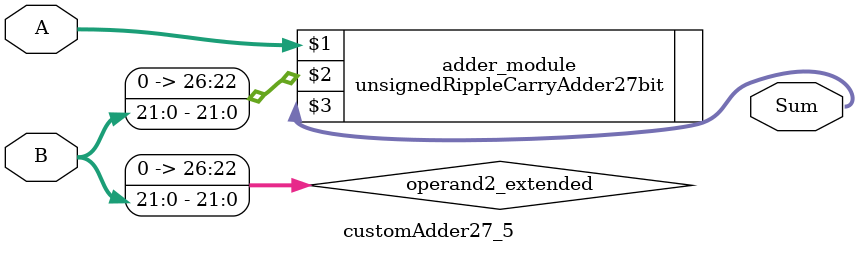
<source format=v>

module customAdder27_5(
                    input [26 : 0] A,
                    input [21 : 0] B,
                    
                    output [27 : 0] Sum
            );

    wire [26 : 0] operand2_extended;
    
    assign operand2_extended =  {5'b0, B};
    
    unsignedRippleCarryAdder27bit adder_module(
        A,
        operand2_extended,
        Sum
    );
    
endmodule
        
</source>
